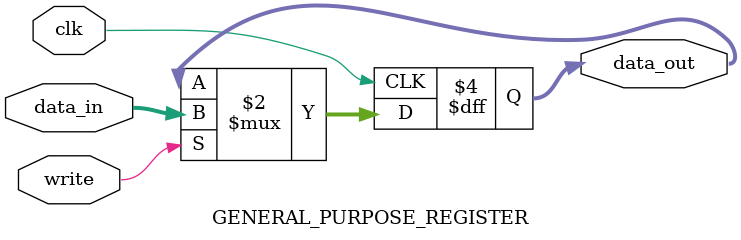
<source format=v>
module GENERAL_PURPOSE_REGISTER
    (input clk,write,
    input [15:0] data_in,
    output reg [15:0] data_out
    );
    always @(negedge clk)
        begin
            if (write) data_out <= data_in;
        end
endmodule




</source>
